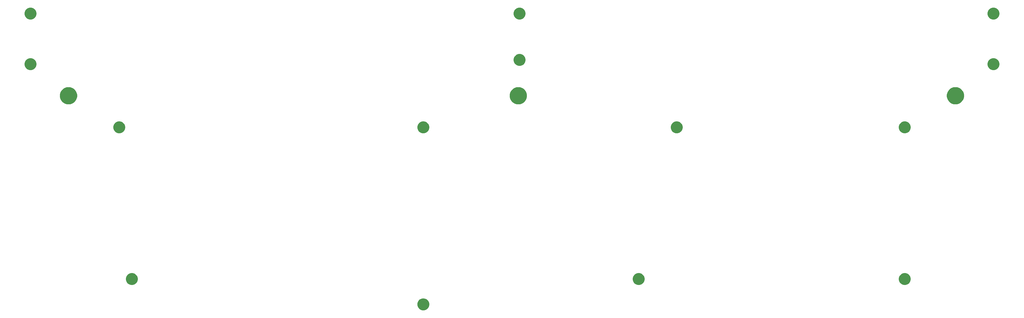
<source format=gbr>
G04 #@! TF.GenerationSoftware,KiCad,Pcbnew,(5.1.5-0-10_14)*
G04 #@! TF.CreationDate,2020-05-13T15:04:30-06:00*
G04 #@! TF.ProjectId,NumDiscipline-bottom,4e756d44-6973-4636-9970-6c696e652d62,rev?*
G04 #@! TF.SameCoordinates,Original*
G04 #@! TF.FileFunction,Soldermask,Top*
G04 #@! TF.FilePolarity,Negative*
%FSLAX46Y46*%
G04 Gerber Fmt 4.6, Leading zero omitted, Abs format (unit mm)*
G04 Created by KiCad (PCBNEW (5.1.5-0-10_14)) date 2020-05-13 15:04:30*
%MOMM*%
%LPD*%
G04 APERTURE LIST*
%ADD10C,0.100000*%
G04 APERTURE END LIST*
D10*
G36*
X282692080Y-163960896D02*
G01*
X283072793Y-164036624D01*
X283482449Y-164206309D01*
X283851129Y-164452654D01*
X284164666Y-164766191D01*
X284411011Y-165134871D01*
X284580696Y-165544527D01*
X284667200Y-165979416D01*
X284667200Y-166422824D01*
X284580696Y-166857713D01*
X284411011Y-167267369D01*
X284164666Y-167636049D01*
X283851129Y-167949586D01*
X283482449Y-168195931D01*
X283072793Y-168365616D01*
X282692080Y-168441344D01*
X282637905Y-168452120D01*
X282194495Y-168452120D01*
X282140320Y-168441344D01*
X281759607Y-168365616D01*
X281349951Y-168195931D01*
X280981271Y-167949586D01*
X280667734Y-167636049D01*
X280421389Y-167267369D01*
X280251704Y-166857713D01*
X280165200Y-166422824D01*
X280165200Y-165979416D01*
X280251704Y-165544527D01*
X280421389Y-165134871D01*
X280667734Y-164766191D01*
X280981271Y-164452654D01*
X281349951Y-164206309D01*
X281759607Y-164036624D01*
X282140320Y-163960896D01*
X282194495Y-163950120D01*
X282637905Y-163950120D01*
X282692080Y-163960896D01*
G37*
G36*
X463667080Y-154435896D02*
G01*
X464047793Y-154511624D01*
X464457449Y-154681309D01*
X464826129Y-154927654D01*
X465139666Y-155241191D01*
X465386011Y-155609871D01*
X465555696Y-156019527D01*
X465642200Y-156454416D01*
X465642200Y-156897824D01*
X465555696Y-157332713D01*
X465386011Y-157742369D01*
X465139666Y-158111049D01*
X464826129Y-158424586D01*
X464457449Y-158670931D01*
X464047793Y-158840616D01*
X463667080Y-158916344D01*
X463612905Y-158927120D01*
X463169495Y-158927120D01*
X463115320Y-158916344D01*
X462734607Y-158840616D01*
X462324951Y-158670931D01*
X461956271Y-158424586D01*
X461642734Y-158111049D01*
X461396389Y-157742369D01*
X461226704Y-157332713D01*
X461140200Y-156897824D01*
X461140200Y-156454416D01*
X461226704Y-156019527D01*
X461396389Y-155609871D01*
X461642734Y-155241191D01*
X461956271Y-154927654D01*
X462324951Y-154681309D01*
X462734607Y-154511624D01*
X463115320Y-154435896D01*
X463169495Y-154425120D01*
X463612905Y-154425120D01*
X463667080Y-154435896D01*
G37*
G36*
X363654580Y-154435896D02*
G01*
X364035293Y-154511624D01*
X364444949Y-154681309D01*
X364813629Y-154927654D01*
X365127166Y-155241191D01*
X365373511Y-155609871D01*
X365543196Y-156019527D01*
X365629700Y-156454416D01*
X365629700Y-156897824D01*
X365543196Y-157332713D01*
X365373511Y-157742369D01*
X365127166Y-158111049D01*
X364813629Y-158424586D01*
X364444949Y-158670931D01*
X364035293Y-158840616D01*
X363654580Y-158916344D01*
X363600405Y-158927120D01*
X363156995Y-158927120D01*
X363102820Y-158916344D01*
X362722107Y-158840616D01*
X362312451Y-158670931D01*
X361943771Y-158424586D01*
X361630234Y-158111049D01*
X361383889Y-157742369D01*
X361214204Y-157332713D01*
X361127700Y-156897824D01*
X361127700Y-156454416D01*
X361214204Y-156019527D01*
X361383889Y-155609871D01*
X361630234Y-155241191D01*
X361943771Y-154927654D01*
X362312451Y-154681309D01*
X362722107Y-154511624D01*
X363102820Y-154435896D01*
X363156995Y-154425120D01*
X363600405Y-154425120D01*
X363654580Y-154435896D01*
G37*
G36*
X173154580Y-154435896D02*
G01*
X173535293Y-154511624D01*
X173944949Y-154681309D01*
X174313629Y-154927654D01*
X174627166Y-155241191D01*
X174873511Y-155609871D01*
X175043196Y-156019527D01*
X175129700Y-156454416D01*
X175129700Y-156897824D01*
X175043196Y-157332713D01*
X174873511Y-157742369D01*
X174627166Y-158111049D01*
X174313629Y-158424586D01*
X173944949Y-158670931D01*
X173535293Y-158840616D01*
X173154580Y-158916344D01*
X173100405Y-158927120D01*
X172656995Y-158927120D01*
X172602820Y-158916344D01*
X172222107Y-158840616D01*
X171812451Y-158670931D01*
X171443771Y-158424586D01*
X171130234Y-158111049D01*
X170883889Y-157742369D01*
X170714204Y-157332713D01*
X170627700Y-156897824D01*
X170627700Y-156454416D01*
X170714204Y-156019527D01*
X170883889Y-155609871D01*
X171130234Y-155241191D01*
X171443771Y-154927654D01*
X171812451Y-154681309D01*
X172222107Y-154511624D01*
X172602820Y-154435896D01*
X172656995Y-154425120D01*
X173100405Y-154425120D01*
X173154580Y-154435896D01*
G37*
G36*
X463667080Y-97285896D02*
G01*
X464047793Y-97361624D01*
X464457449Y-97531309D01*
X464826129Y-97777654D01*
X465139666Y-98091191D01*
X465386011Y-98459871D01*
X465555696Y-98869527D01*
X465642200Y-99304416D01*
X465642200Y-99747824D01*
X465555696Y-100182713D01*
X465386011Y-100592369D01*
X465139666Y-100961049D01*
X464826129Y-101274586D01*
X464457449Y-101520931D01*
X464047793Y-101690616D01*
X463667080Y-101766344D01*
X463612905Y-101777120D01*
X463169495Y-101777120D01*
X463115320Y-101766344D01*
X462734607Y-101690616D01*
X462324951Y-101520931D01*
X461956271Y-101274586D01*
X461642734Y-100961049D01*
X461396389Y-100592369D01*
X461226704Y-100182713D01*
X461140200Y-99747824D01*
X461140200Y-99304416D01*
X461226704Y-98869527D01*
X461396389Y-98459871D01*
X461642734Y-98091191D01*
X461956271Y-97777654D01*
X462324951Y-97531309D01*
X462734607Y-97361624D01*
X463115320Y-97285896D01*
X463169495Y-97275120D01*
X463612905Y-97275120D01*
X463667080Y-97285896D01*
G37*
G36*
X377942030Y-97285896D02*
G01*
X378322743Y-97361624D01*
X378732399Y-97531309D01*
X379101079Y-97777654D01*
X379414616Y-98091191D01*
X379660961Y-98459871D01*
X379830646Y-98869527D01*
X379917150Y-99304416D01*
X379917150Y-99747824D01*
X379830646Y-100182713D01*
X379660961Y-100592369D01*
X379414616Y-100961049D01*
X379101079Y-101274586D01*
X378732399Y-101520931D01*
X378322743Y-101690616D01*
X377942030Y-101766344D01*
X377887855Y-101777120D01*
X377444445Y-101777120D01*
X377390270Y-101766344D01*
X377009557Y-101690616D01*
X376599901Y-101520931D01*
X376231221Y-101274586D01*
X375917684Y-100961049D01*
X375671339Y-100592369D01*
X375501654Y-100182713D01*
X375415150Y-99747824D01*
X375415150Y-99304416D01*
X375501654Y-98869527D01*
X375671339Y-98459871D01*
X375917684Y-98091191D01*
X376231221Y-97777654D01*
X376599901Y-97531309D01*
X377009557Y-97361624D01*
X377390270Y-97285896D01*
X377444445Y-97275120D01*
X377887855Y-97275120D01*
X377942030Y-97285896D01*
G37*
G36*
X282692080Y-97285896D02*
G01*
X283072793Y-97361624D01*
X283482449Y-97531309D01*
X283851129Y-97777654D01*
X284164666Y-98091191D01*
X284411011Y-98459871D01*
X284580696Y-98869527D01*
X284667200Y-99304416D01*
X284667200Y-99747824D01*
X284580696Y-100182713D01*
X284411011Y-100592369D01*
X284164666Y-100961049D01*
X283851129Y-101274586D01*
X283482449Y-101520931D01*
X283072793Y-101690616D01*
X282692080Y-101766344D01*
X282637905Y-101777120D01*
X282194495Y-101777120D01*
X282140320Y-101766344D01*
X281759607Y-101690616D01*
X281349951Y-101520931D01*
X280981271Y-101274586D01*
X280667734Y-100961049D01*
X280421389Y-100592369D01*
X280251704Y-100182713D01*
X280165200Y-99747824D01*
X280165200Y-99304416D01*
X280251704Y-98869527D01*
X280421389Y-98459871D01*
X280667734Y-98091191D01*
X280981271Y-97777654D01*
X281349951Y-97531309D01*
X281759607Y-97361624D01*
X282140320Y-97285896D01*
X282194495Y-97275120D01*
X282637905Y-97275120D01*
X282692080Y-97285896D01*
G37*
G36*
X168388781Y-97275120D02*
G01*
X168772743Y-97351494D01*
X169182399Y-97521179D01*
X169551079Y-97767524D01*
X169864616Y-98081061D01*
X170110961Y-98449741D01*
X170280646Y-98859397D01*
X170367150Y-99294286D01*
X170367150Y-99737694D01*
X170280646Y-100172583D01*
X170110961Y-100582239D01*
X169864616Y-100950919D01*
X169551079Y-101264456D01*
X169182399Y-101510801D01*
X168772743Y-101680486D01*
X168392030Y-101756214D01*
X168337855Y-101766990D01*
X167894445Y-101766990D01*
X167840270Y-101756214D01*
X167459557Y-101680486D01*
X167049901Y-101510801D01*
X166681221Y-101264456D01*
X166367684Y-100950919D01*
X166121339Y-100582239D01*
X165951654Y-100172583D01*
X165865150Y-99737694D01*
X165865150Y-99294286D01*
X165951654Y-98859397D01*
X166121339Y-98449741D01*
X166367684Y-98081061D01*
X166681221Y-97767524D01*
X167049901Y-97521179D01*
X167459557Y-97351494D01*
X167843519Y-97275120D01*
X167894445Y-97264990D01*
X168337855Y-97264990D01*
X168388781Y-97275120D01*
G37*
G36*
X318769189Y-84431337D02*
G01*
X319083232Y-84493804D01*
X319674876Y-84738871D01*
X320207342Y-85094654D01*
X320660166Y-85547478D01*
X321015949Y-86079944D01*
X321261016Y-86671588D01*
X321385950Y-87299674D01*
X321385950Y-87940066D01*
X321261016Y-88568152D01*
X321015949Y-89159796D01*
X320660166Y-89692262D01*
X320207342Y-90145086D01*
X319674876Y-90500869D01*
X319083232Y-90745936D01*
X318769189Y-90808403D01*
X318455147Y-90870870D01*
X317814753Y-90870870D01*
X317500711Y-90808403D01*
X317186668Y-90745936D01*
X316595024Y-90500869D01*
X316062558Y-90145086D01*
X315609734Y-89692262D01*
X315253951Y-89159796D01*
X315008884Y-88568152D01*
X314883950Y-87940066D01*
X314883950Y-87299674D01*
X315008884Y-86671588D01*
X315253951Y-86079944D01*
X315609734Y-85547478D01*
X316062558Y-85094654D01*
X316595024Y-84738871D01*
X317186668Y-84493804D01*
X317500711Y-84431337D01*
X317814753Y-84368870D01*
X318455147Y-84368870D01*
X318769189Y-84431337D01*
G37*
G36*
X483075439Y-84431337D02*
G01*
X483389482Y-84493804D01*
X483981126Y-84738871D01*
X484513592Y-85094654D01*
X484966416Y-85547478D01*
X485322199Y-86079944D01*
X485567266Y-86671588D01*
X485692200Y-87299674D01*
X485692200Y-87940066D01*
X485567266Y-88568152D01*
X485322199Y-89159796D01*
X484966416Y-89692262D01*
X484513592Y-90145086D01*
X483981126Y-90500869D01*
X483389482Y-90745936D01*
X483075439Y-90808403D01*
X482761397Y-90870870D01*
X482121003Y-90870870D01*
X481806961Y-90808403D01*
X481492918Y-90745936D01*
X480901274Y-90500869D01*
X480368808Y-90145086D01*
X479915984Y-89692262D01*
X479560201Y-89159796D01*
X479315134Y-88568152D01*
X479190200Y-87940066D01*
X479190200Y-87299674D01*
X479315134Y-86671588D01*
X479560201Y-86079944D01*
X479915984Y-85547478D01*
X480368808Y-85094654D01*
X480901274Y-84738871D01*
X481492918Y-84493804D01*
X481806961Y-84431337D01*
X482121003Y-84368870D01*
X482761397Y-84368870D01*
X483075439Y-84431337D01*
G37*
G36*
X149700439Y-84431337D02*
G01*
X150014482Y-84493804D01*
X150606126Y-84738871D01*
X151138592Y-85094654D01*
X151591416Y-85547478D01*
X151947199Y-86079944D01*
X152192266Y-86671588D01*
X152317200Y-87299674D01*
X152317200Y-87940066D01*
X152192266Y-88568152D01*
X151947199Y-89159796D01*
X151591416Y-89692262D01*
X151138592Y-90145086D01*
X150606126Y-90500869D01*
X150014482Y-90745936D01*
X149700439Y-90808403D01*
X149386397Y-90870870D01*
X148746003Y-90870870D01*
X148431961Y-90808403D01*
X148117918Y-90745936D01*
X147526274Y-90500869D01*
X146993808Y-90145086D01*
X146540984Y-89692262D01*
X146185201Y-89159796D01*
X145940134Y-88568152D01*
X145815200Y-87940066D01*
X145815200Y-87299674D01*
X145940134Y-86671588D01*
X146185201Y-86079944D01*
X146540984Y-85547478D01*
X146993808Y-85094654D01*
X147526274Y-84738871D01*
X148117918Y-84493804D01*
X148431961Y-84431337D01*
X148746003Y-84368870D01*
X149386397Y-84368870D01*
X149700439Y-84431337D01*
G37*
G36*
X135054580Y-73473396D02*
G01*
X135435293Y-73549124D01*
X135844949Y-73718809D01*
X136213629Y-73965154D01*
X136527166Y-74278691D01*
X136773511Y-74647371D01*
X136943196Y-75057027D01*
X137029700Y-75491916D01*
X137029700Y-75935324D01*
X136943196Y-76370213D01*
X136773511Y-76779869D01*
X136527166Y-77148549D01*
X136213629Y-77462086D01*
X135844949Y-77708431D01*
X135435293Y-77878116D01*
X135054580Y-77953844D01*
X135000405Y-77964620D01*
X134556995Y-77964620D01*
X134502820Y-77953844D01*
X134122107Y-77878116D01*
X133712451Y-77708431D01*
X133343771Y-77462086D01*
X133030234Y-77148549D01*
X132783889Y-76779869D01*
X132614204Y-76370213D01*
X132527700Y-75935324D01*
X132527700Y-75491916D01*
X132614204Y-75057027D01*
X132783889Y-74647371D01*
X133030234Y-74278691D01*
X133343771Y-73965154D01*
X133712451Y-73718809D01*
X134122107Y-73549124D01*
X134502820Y-73473396D01*
X134556995Y-73462620D01*
X135000405Y-73462620D01*
X135054580Y-73473396D01*
G37*
G36*
X497004580Y-73473396D02*
G01*
X497385293Y-73549124D01*
X497794949Y-73718809D01*
X498163629Y-73965154D01*
X498477166Y-74278691D01*
X498723511Y-74647371D01*
X498893196Y-75057027D01*
X498979700Y-75491916D01*
X498979700Y-75935324D01*
X498893196Y-76370213D01*
X498723511Y-76779869D01*
X498477166Y-77148549D01*
X498163629Y-77462086D01*
X497794949Y-77708431D01*
X497385293Y-77878116D01*
X497004580Y-77953844D01*
X496950405Y-77964620D01*
X496506995Y-77964620D01*
X496452820Y-77953844D01*
X496072107Y-77878116D01*
X495662451Y-77708431D01*
X495293771Y-77462086D01*
X494980234Y-77148549D01*
X494733889Y-76779869D01*
X494564204Y-76370213D01*
X494477700Y-75935324D01*
X494477700Y-75491916D01*
X494564204Y-75057027D01*
X494733889Y-74647371D01*
X494980234Y-74278691D01*
X495293771Y-73965154D01*
X495662451Y-73718809D01*
X496072107Y-73549124D01*
X496452820Y-73473396D01*
X496506995Y-73462620D01*
X496950405Y-73462620D01*
X497004580Y-73473396D01*
G37*
G36*
X318887080Y-71885896D02*
G01*
X319267793Y-71961624D01*
X319677449Y-72131309D01*
X320046129Y-72377654D01*
X320359666Y-72691191D01*
X320606011Y-73059871D01*
X320775696Y-73469527D01*
X320862200Y-73904416D01*
X320862200Y-74347824D01*
X320775696Y-74782713D01*
X320606011Y-75192369D01*
X320359666Y-75561049D01*
X320046129Y-75874586D01*
X319677449Y-76120931D01*
X319267793Y-76290616D01*
X318887080Y-76366344D01*
X318832905Y-76377120D01*
X318389495Y-76377120D01*
X318335320Y-76366344D01*
X317954607Y-76290616D01*
X317544951Y-76120931D01*
X317176271Y-75874586D01*
X316862734Y-75561049D01*
X316616389Y-75192369D01*
X316446704Y-74782713D01*
X316360200Y-74347824D01*
X316360200Y-73904416D01*
X316446704Y-73469527D01*
X316616389Y-73059871D01*
X316862734Y-72691191D01*
X317176271Y-72377654D01*
X317544951Y-72131309D01*
X317954607Y-71961624D01*
X318335320Y-71885896D01*
X318389495Y-71875120D01*
X318832905Y-71875120D01*
X318887080Y-71885896D01*
G37*
G36*
X135054580Y-54423396D02*
G01*
X135435293Y-54499124D01*
X135844949Y-54668809D01*
X136213629Y-54915154D01*
X136527166Y-55228691D01*
X136773511Y-55597371D01*
X136943196Y-56007027D01*
X137029700Y-56441916D01*
X137029700Y-56885324D01*
X136943196Y-57320213D01*
X136773511Y-57729869D01*
X136527166Y-58098549D01*
X136213629Y-58412086D01*
X135844949Y-58658431D01*
X135435293Y-58828116D01*
X135054580Y-58903844D01*
X135000405Y-58914620D01*
X134556995Y-58914620D01*
X134502820Y-58903844D01*
X134122107Y-58828116D01*
X133712451Y-58658431D01*
X133343771Y-58412086D01*
X133030234Y-58098549D01*
X132783889Y-57729869D01*
X132614204Y-57320213D01*
X132527700Y-56885324D01*
X132527700Y-56441916D01*
X132614204Y-56007027D01*
X132783889Y-55597371D01*
X133030234Y-55228691D01*
X133343771Y-54915154D01*
X133712451Y-54668809D01*
X134122107Y-54499124D01*
X134502820Y-54423396D01*
X134556995Y-54412620D01*
X135000405Y-54412620D01*
X135054580Y-54423396D01*
G37*
G36*
X318886580Y-54423396D02*
G01*
X319267293Y-54499124D01*
X319676949Y-54668809D01*
X320045629Y-54915154D01*
X320359166Y-55228691D01*
X320605511Y-55597371D01*
X320775196Y-56007027D01*
X320861700Y-56441916D01*
X320861700Y-56885324D01*
X320775196Y-57320213D01*
X320605511Y-57729869D01*
X320359166Y-58098549D01*
X320045629Y-58412086D01*
X319676949Y-58658431D01*
X319267293Y-58828116D01*
X318886580Y-58903844D01*
X318832405Y-58914620D01*
X318388995Y-58914620D01*
X318334820Y-58903844D01*
X317954107Y-58828116D01*
X317544451Y-58658431D01*
X317175771Y-58412086D01*
X316862234Y-58098549D01*
X316615889Y-57729869D01*
X316446204Y-57320213D01*
X316359700Y-56885324D01*
X316359700Y-56441916D01*
X316446204Y-56007027D01*
X316615889Y-55597371D01*
X316862234Y-55228691D01*
X317175771Y-54915154D01*
X317544451Y-54668809D01*
X317954107Y-54499124D01*
X318334820Y-54423396D01*
X318388995Y-54412620D01*
X318832405Y-54412620D01*
X318886580Y-54423396D01*
G37*
G36*
X497004580Y-54423396D02*
G01*
X497385293Y-54499124D01*
X497794949Y-54668809D01*
X498163629Y-54915154D01*
X498477166Y-55228691D01*
X498723511Y-55597371D01*
X498893196Y-56007027D01*
X498979700Y-56441916D01*
X498979700Y-56885324D01*
X498893196Y-57320213D01*
X498723511Y-57729869D01*
X498477166Y-58098549D01*
X498163629Y-58412086D01*
X497794949Y-58658431D01*
X497385293Y-58828116D01*
X497004580Y-58903844D01*
X496950405Y-58914620D01*
X496506995Y-58914620D01*
X496452820Y-58903844D01*
X496072107Y-58828116D01*
X495662451Y-58658431D01*
X495293771Y-58412086D01*
X494980234Y-58098549D01*
X494733889Y-57729869D01*
X494564204Y-57320213D01*
X494477700Y-56885324D01*
X494477700Y-56441916D01*
X494564204Y-56007027D01*
X494733889Y-55597371D01*
X494980234Y-55228691D01*
X495293771Y-54915154D01*
X495662451Y-54668809D01*
X496072107Y-54499124D01*
X496452820Y-54423396D01*
X496506995Y-54412620D01*
X496950405Y-54412620D01*
X497004580Y-54423396D01*
G37*
M02*

</source>
